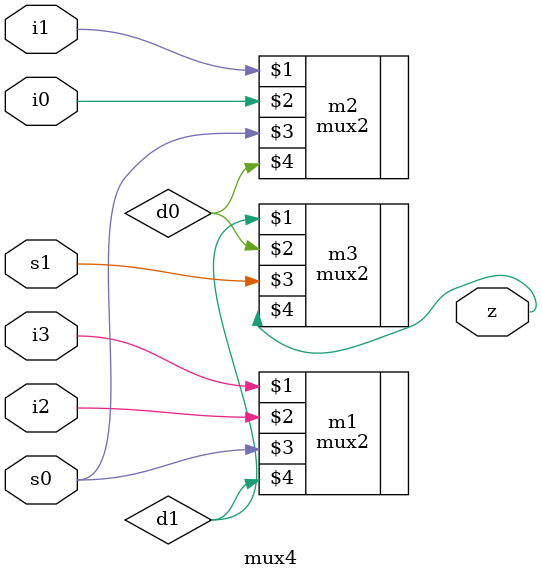
<source format=sv>
`timescale 1ns / 1ps


module mux4 (i3, i2, i1, i0, s1, s0, z);
    input i3, i2, i1, i0, s1, s0;
    output z;
    wire d1, d0;
    mux2 m1(i3, i2, s0, d1); // instance1
    mux2 m2(i1, i0, s0, d0); // instance2
    mux2 m3(d1, d0, s1, z); // instance3
endmodule

</source>
